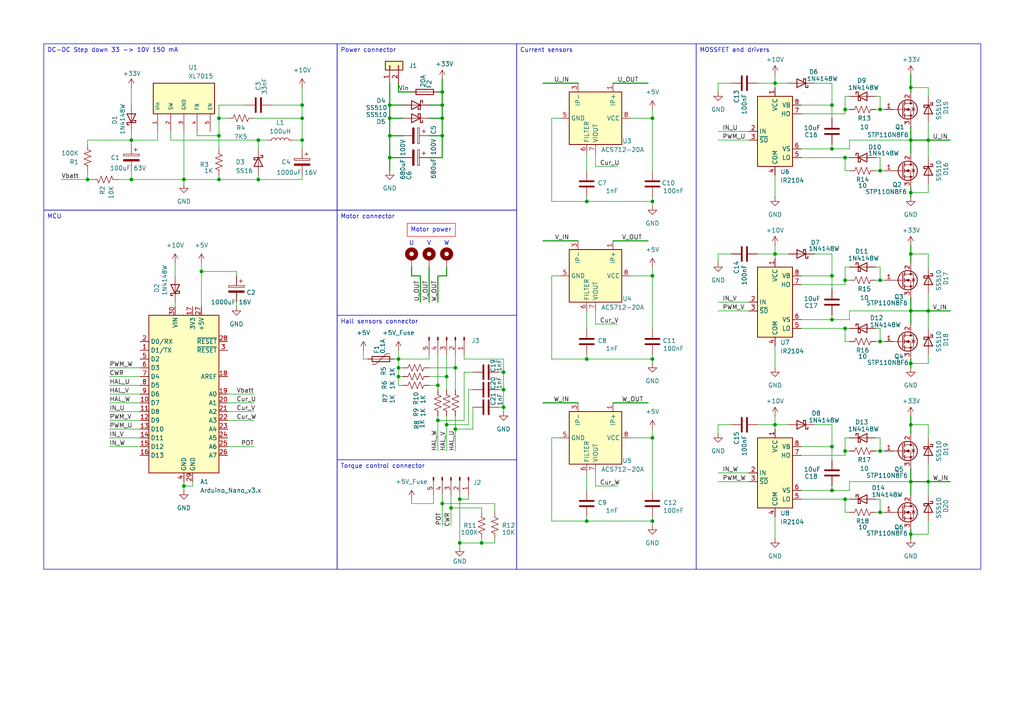
<source format=kicad_sch>
(kicad_sch (version 20250114) (generator "eeschema") (generator_version "9.0")
  (paper "A4")
  (title_block (title "Simple BLDC motor controller") (company "By Abeesh"))
  (bezier (pts (xy 149.5269 169.7861) (xy 149.4734 169.7495) (xy 149.3923 169.7569) (xy 149.3466 169.8028)) (stroke (width -0.0001)))
  (bezier (pts (xy 160.0414 171.3336) (xy 159.9881 171.3703) (xy 159.8966 171.3768) (xy 159.8387 171.3482)) (stroke (width -0.0001)))
  (bezier (pts (xy 163.8136 176.2993) (xy 163.7502 176.2874) (xy 163.6806 176.2277) (xy 163.6592 176.1665)) (stroke (width -0.0001)))
  (bezier (pts (xy 148.1638 176.1665) (xy 148.1425 176.2277) (xy 148.0731 176.2874) (xy 148.0093 176.2993)) (stroke (width -0.0001)))
  (bezier (pts (xy 153.9272 170.455) (xy 153.9151 170.5186) (xy 153.8554 170.5874) (xy 153.7938 170.6077)) (stroke (width -0.0001)))
  (bezier (pts (xy 148.9513 174.0984) (xy 148.9878 174.1521) (xy 148.9935 174.2426) (xy 148.9639 174.3002)) (stroke (width -0.0001)))
  (bezier (pts (xy 154.3118 180.7845) (xy 153.4878 180.2568) (xy 152.941 179.3337) (xy 152.941 178.2824)) (stroke (width -0.0001)))
  (bezier (pts (xy 164.3924 171.8823) (xy 164.4288 171.8289) (xy 164.4217 171.7478) (xy 164.3758 171.7019)) (stroke (width -0.0001)))
  (bezier (pts (xy 163.7262 180.357) (xy 163.7457 180.2952) (xy 163.8133 180.2347) (xy 163.8771 180.2232)) (stroke (width -0.0001)))
  (bezier (pts (xy 166.5388 176.9242) (xy 166.5389 176.8592) (xy 166.4868 176.7967) (xy 166.4233 176.7846)) (stroke (width -0.0001)))
  (bezier (pts (xy 151.9846 171.3482) (xy 151.9264 171.3768) (xy 151.835 171.3703) (xy 151.7818 171.3336)) (stroke (width -0.0001)))
  (bezier (pts (xy 152.941 178.2824) (xy 152.941 176.6419) (xy 154.271 175.3121) (xy 155.9114 175.3121)) (stroke (width -0.0001)))
  (bezier (pts (xy 162.8592 174.3002) (xy 162.8294 174.2426) (xy 162.8351 174.1521) (xy 162.8719 174.0984)) (stroke (width -0.0001)))
  (bezier (pts (xy 154.5685 167.64) (xy 154.5039 167.64) (xy 154.4412 167.6921) (xy 154.4295 167.7557)) (stroke (width -0.0001)))
  (bezier (pts (xy 158.8816 178.2824) (xy 158.8816 179.3337) (xy 158.335 180.2568) (xy 157.5108 180.7845)) (stroke (width -0.0001)))
  (bezier (pts (xy 158.0296 170.6077) (xy 157.9682 170.5874) (xy 157.9083 170.5186) (xy 157.8962 170.455)) (stroke (width -0.0001)))
  (bezier (pts (xy 147.4473 171.7019) (xy 147.4016 171.7478) (xy 147.394 171.8289) (xy 147.4306 171.8823)) (stroke (width -0.0001)))
  (bezier (pts (xy 166.4227 179.7494) (xy 166.4862 179.7379) (xy 166.5384 179.6748) (xy 166.5384 179.6101)) (stroke (width -0.0001)))
  (bezier (pts (xy 155.9114 175.3121) (xy 157.5518 175.3121) (xy 158.8816 176.6419) (xy 158.8816 178.2824)) (stroke (width -0.0001)))
  (bezier (pts (xy 157.3938 167.7557) (xy 157.3821 167.6921) (xy 157.3193 167.64) (xy 157.2546 167.64)) (stroke (width -0.0001)))
  (bezier (pts (xy 162.4767 169.8028) (xy 162.4308 169.7569) (xy 162.3498 169.7495) (xy 162.2965 169.7861)) (stroke (width -0.0001)))
  (bezier (pts (xy 145.3998 176.7846) (xy 145.3359 176.7967) (xy 145.284 176.8592) (xy 145.284 176.924)) (stroke (width -0.0001)))
  (text "W" (at 129.54 70.612 0) (effects (font (size 1.27 1.27))))
  (text "V" (at 124.46 70.612 0) (effects (font (size 1.27 1.27))))
  (text "U" (at 119.38 70.612 0) (effects (font (size 1.27 1.27))))
  (text_box "Power connector" (at 97.79 12.7 0) (size 52.07 48.26) (margins 0.9525 0.9525 0.9525 0.9525) (effects (font (size 1.27 1.27)) (justify left top)))
  (text_box "Current sensors" (at 149.86 12.7 0) (size 52.07 152.4) (margins 0.9525 0.9525 0.9525 0.9525) (effects (font (size 1.27 1.27)) (justify left top)))
  (text_box "MOSSFET and drivers" (at 201.93 12.7 0) (size 82.55 152.4) (margins 0.9525 0.9525 0.9525 0.9525) (effects (font (size 1.27 1.27)) (justify left top)))
  (text_box "Motor connector" (at 97.79 60.96 0) (size 52.07 30.48) (margins 0.9525 0.9525 0.9525 0.9525) (effects (font (size 1.27 1.27)) (justify left top)))
  (text_box "Hall sensors connector" (at 97.79 91.44 0) (size 52.07 41.91) (margins 0.9525 0.9525 0.9525 0.9525) (effects (font (size 1.27 1.27)) (justify left top)))
  (text_box "Motor power" (at 118.11 64.77 0) (size 13.97 3.81) (margins 0.9525 0.9525 0.9525 0.9525) (stroke (width 0) (color 255 0 0 1)) (effects (font (size 1.27 1.27)) (justify left top)))
  (text_box "MCU" (at 12.7 60.96 0) (size 85.09 104.14) (margins 0.9525 0.9525 0.9525 0.9525) (effects (font (size 1.27 1.27)) (justify left top)))
  (text_box "DC-DC Step down 33 -> 10V 150 mA" (at 12.7 12.7 0) (size 85.09 48.26) (margins 0.9525 0.9525 0.9525 0.9525) (effects (font (size 1.27 1.27)) (justify left top)))
  (text_box "Torque control connector" (at 97.79 133.35 0) (size 52.07 31.75) (margins 0.9525 0.9525 0.9525 0.9525) (effects (font (size 1.27 1.27)) (justify left top)))
  (junction (at 170.18 58.42))
  (junction (at 146.05 107.95))
  (junction (at 189.23 58.42))
  (junction (at 128.27 39.37))
  (junction (at 245.11 31.75))
  (junction (at 127 121.92))
  (junction (at 127 111.76))
  (junction (at 63.5 34.29))
  (junction (at 132.08 106.68))
  (junction (at 38.1 52.07))
  (junction (at 146.05 113.03))
  (junction (at 115.57 106.68))
  (junction (at 63.5 52.07))
  (junction (at 113.03 30.48))
  (junction (at 189.23 104.14))
  (junction (at 189.23 34.29))
  (junction (at 255.27 130.81))
  (junction (at 264.16 123.19))
  (junction (at 133.35 144.78))
  (junction (at 255.27 99.06))
  (junction (at 241.3 92.71))
  (junction (at 113.03 34.29))
  (junction (at 170.18 104.14))
  (junction (at 245.11 130.81))
  (junction (at 146.05 118.11))
  (junction (at 245.11 81.28))
  (junction (at 113.03 45.72))
  (junction (at 255.27 49.53))
  (junction (at 53.34 52.07))
  (junction (at 115.57 104.14))
  (junction (at 113.03 39.37))
  (junction (at 74.93 52.07))
  (junction (at 241.3 43.18))
  (junction (at 224.79 123.19))
  (junction (at 224.79 24.13))
  (junction (at 128.27 26.67))
  (junction (at 170.18 151.13))
  (junction (at 255.27 31.75))
  (junction (at 264.16 154.94))
  (junction (at 255.27 148.59))
  (junction (at 264.16 90.17))
  (junction (at 245.11 95.25))
  (junction (at 53.34 140.97))
  (junction (at 128.27 34.29))
  (junction (at 87.63 34.29))
  (junction (at 255.27 81.28))
  (junction (at 63.5 39.37))
  (junction (at 128.27 146.05))
  (junction (at 129.54 123.19))
  (junction (at 224.79 73.66))
  (junction (at 58.42 78.74))
  (junction (at 74.93 40.64))
  (junction (at 264.16 139.7))
  (junction (at 132.08 124.46))
  (junction (at 189.23 80.01))
  (junction (at 189.23 127))
  (junction (at 25.4 52.07))
  (junction (at 245.11 144.78))
  (junction (at 264.16 73.66))
  (junction (at 87.63 40.64))
  (junction (at 241.3 129.54))
  (junction (at 129.54 109.22))
  (junction (at 264.16 55.88))
  (junction (at 269.24 139.7))
  (junction (at 241.3 80.01))
  (junction (at 241.3 142.24))
  (junction (at 264.16 25.4))
  (junction (at 264.16 40.64))
  (junction (at 115.57 109.22))
  (junction (at 130.81 147.32))
  (junction (at 139.7 157.48))
  (junction (at 128.27 30.48))
  (junction (at 245.11 45.72))
  (junction (at 38.1 40.64))
  (junction (at 269.24 40.64))
  (junction (at 133.35 157.48))
  (junction (at 269.24 90.17))
  (junction (at 264.16 105.41))
  (junction (at 189.23 151.13))
  (junction (at 87.63 30.48))
  (junction (at 241.3 30.48))
  (wire (pts (xy 127 121.92) (xy 134.62 121.92)))
  (wire (pts (xy 115.57 106.68) (xy 116.84 106.68)))
  (wire (pts (xy 26.67 52.07) (xy 25.4 52.07)))
  (wire (pts (xy 130.81 147.32) (xy 130.81 152.4)))
  (wire (pts (xy 241.3 91.44) (xy 241.3 92.71)))
  (wire (pts (xy 189.23 102.87) (xy 189.23 104.14)))
  (wire (pts (xy 115.57 101.6) (xy 115.57 104.14)))
  (wire (pts (xy 255.27 27.94) (xy 255.27 31.75)))
  (wire (pts (xy 255.27 144.78) (xy 254 144.78)))
  (wire (pts (xy 264.16 120.65) (xy 264.16 123.19)) (stroke (width 0.3048)))
  (wire (pts (xy 208.28 90.17) (xy 217.17 90.17)))
  (wire (pts (xy 255.27 49.53) (xy 256.54 49.53)))
  (wire (pts (xy 128.27 146.05) (xy 128.27 152.4)))
  (wire (pts (xy 208.28 40.64) (xy 217.17 40.64)))
  (wire (pts (xy 264.16 123.19) (xy 264.16 125.73)) (stroke (width 0.3048)))
  (wire (pts (xy 245.11 130.81) (xy 246.38 130.81)))
  (wire (pts (xy 124.46 39.37) (xy 128.27 39.37)) (stroke (width 0.3048)))
  (wire (pts (xy 157.48 69.85) (xy 167.64 69.85)) (stroke (width 0.3048)))
  (wire (pts (xy 219.71 123.19) (xy 224.79 123.19)))
  (wire (pts (xy 132.08 120.65) (xy 132.08 124.46)))
  (wire (pts (xy 38.1 25.4) (xy 38.1 30.48)))
  (wire (pts (xy 246.38 92.71) (xy 246.38 90.17)))
  (wire (pts (xy 160.02 34.29) (xy 162.56 34.29)))
  (wire (pts (xy 132.08 124.46) (xy 132.08 130.81)))
  (wire (pts (xy 246.38 139.7) (xy 264.16 139.7)))
  (wire (pts (xy 57.15 39.37) (xy 63.5 39.37)))
  (wire (pts (xy 124.46 34.29) (xy 128.27 34.29)) (stroke (width 0.3048)))
  (wire (pts (xy 135.89 144.78) (xy 133.35 144.78)))
  (wire (pts (xy 144.78 118.11) (xy 146.05 118.11)))
  (wire (pts (xy 264.16 86.36) (xy 264.16 90.17)) (stroke (width 0.3048)))
  (wire (pts (xy 63.5 34.29) (xy 63.5 39.37)))
  (wire (pts (xy 160.02 80.01) (xy 160.02 104.14)))
  (wire (pts (xy 269.24 102.87) (xy 269.24 105.41)))
  (wire (pts (xy 208.28 125.73) (xy 208.28 123.19)))
  (wire (pts (xy 113.03 39.37) (xy 116.84 39.37)) (stroke (width 0.3048)))
  (wire (pts (xy 189.23 152.4) (xy 189.23 151.13)))
  (wire (pts (xy 208.28 24.13) (xy 212.09 24.13)))
  (wire (pts (xy 182.88 127) (xy 189.23 127)))
  (wire (pts (xy 255.27 49.53) (xy 254 49.53)))
  (wire (pts (xy 269.24 105.41) (xy 264.16 105.41)))
  (wire (pts (xy 139.7 157.48) (xy 143.51 157.48)))
  (wire (pts (xy 264.16 40.64) (xy 264.16 44.45)) (stroke (width 0.3048)))
  (wire (pts (xy 232.41 132.08) (xy 245.11 132.08)))
  (wire (pts (xy 245.11 49.53) (xy 246.38 49.53)))
  (wire (pts (xy 146.05 104.14) (xy 146.05 107.95)))
  (wire (pts (xy 241.3 83.82) (xy 241.3 80.01)))
  (wire (pts (xy 129.54 123.19) (xy 129.54 130.81)))
  (wire (pts (xy 127 80.01) (xy 127 87.63)) (stroke (width 0.3048)))
  (wire (pts (xy 130.81 143.51) (xy 130.81 147.32)))
  (wire (pts (xy 157.48 24.13) (xy 167.64 24.13)) (stroke (width 0.3048)))
  (wire (pts (xy 232.41 92.71) (xy 241.3 92.71)))
  (wire (pts (xy 232.41 82.55) (xy 245.11 82.55)))
  (wire (pts (xy 134.62 104.14) (xy 146.05 104.14)))
  (wire (pts (xy 170.18 90.17) (xy 170.18 95.25)))
  (wire (pts (xy 219.71 24.13) (xy 224.79 24.13)))
  (wire (pts (xy 25.4 41.91) (xy 25.4 40.64)))
  (wire (pts (xy 241.3 133.35) (xy 241.3 129.54)))
  (wire (pts (xy 127 80.01) (xy 129.54 80.01)) (stroke (width 0.3048)))
  (wire (pts (xy 74.93 40.64) (xy 74.93 43.18)))
  (wire (pts (xy 241.3 34.29) (xy 241.3 30.48)))
  (wire (pts (xy 245.11 82.55) (xy 245.11 81.28)))
  (wire (pts (xy 269.24 139.7) (xy 269.24 143.51)))
  (wire (pts (xy 264.16 153.67) (xy 264.16 154.94)) (stroke (width 0.3048)))
  (wire (pts (xy 255.27 31.75) (xy 254 31.75)))
  (wire (pts (xy 124.46 104.14) (xy 115.57 104.14)))
  (wire (pts (xy 38.1 38.1) (xy 38.1 40.64)))
  (wire (pts (xy 139.7 157.48) (xy 139.7 156.21)))
  (wire (pts (xy 232.41 144.78) (xy 245.11 144.78)))
  (wire (pts (xy 160.02 34.29) (xy 160.02 58.42)))
  (wire (pts (xy 25.4 52.07) (xy 25.4 49.53)))
  (wire (pts (xy 113.03 49.53) (xy 113.03 45.72)) (stroke (width 0.3048)))
  (wire (pts (xy 170.18 57.15) (xy 170.18 58.42)))
  (wire (pts (xy 146.05 118.11) (xy 146.05 119.38)))
  (wire (pts (xy 53.34 38.1) (xy 53.34 52.07)))
  (wire (pts (xy 269.24 35.56) (xy 269.24 40.64)))
  (wire (pts (xy 264.16 90.17) (xy 264.16 93.98)) (stroke (width 0.3048)))
  (wire (pts (xy 74.93 52.07) (xy 87.63 52.07)))
  (wire (pts (xy 224.79 73.66) (xy 224.79 74.93)))
  (wire (pts (xy 245.11 99.06) (xy 246.38 99.06)))
  (wire (pts (xy 241.3 129.54) (xy 241.3 123.19)))
  (wire (pts (xy 31.75 114.3) (xy 40.64 114.3)))
  (wire (pts (xy 128.27 45.72) (xy 128.27 39.37)) (stroke (width 0.3048)))
  (wire (pts (xy 208.28 139.7) (xy 217.17 139.7)))
  (wire (pts (xy 113.03 34.29) (xy 113.03 39.37)) (stroke (width 0.3048)))
  (wire (pts (xy 31.75 127) (xy 40.64 127)))
  (wire (pts (xy 127 113.03) (xy 127 111.76)))
  (wire (pts (xy 245.11 45.72) (xy 245.11 49.53)))
  (wire (pts (xy 115.57 109.22) (xy 115.57 111.76)))
  (wire (pts (xy 63.5 50.8) (xy 63.5 52.07)))
  (wire (pts (xy 87.63 30.48) (xy 87.63 34.29)))
  (wire (pts (xy 87.63 30.48) (xy 78.74 30.48)))
  (wire (pts (xy 143.51 146.05) (xy 128.27 146.05)))
  (wire (pts (xy 68.58 87.63) (xy 68.58 88.9)))
  (wire (pts (xy 58.42 78.74) (xy 58.42 88.9)))
  (wire (pts (xy 113.03 24.13) (xy 113.03 30.48)) (stroke (width 0.3048)))
  (wire (pts (xy 269.24 139.7) (xy 275.59 139.7)) (stroke (width 0.3048)))
  (wire (pts (xy 31.75 119.38) (xy 40.64 119.38)))
  (wire (pts (xy 146.05 113.03) (xy 146.05 107.95)))
  (wire (pts (xy 87.63 34.29) (xy 87.63 40.64)))
  (wire (pts (xy 172.72 44.45) (xy 172.72 48.26)))
  (wire (pts (xy 128.27 143.51) (xy 128.27 146.05)))
  (wire (pts (xy 177.8 69.85) (xy 187.96 69.85)) (stroke (width 0.3048)))
  (wire (pts (xy 269.24 77.47) (xy 269.24 73.66)))
  (wire (pts (xy 177.8 116.84) (xy 187.96 116.84)) (stroke (width 0.3048)))
  (wire (pts (xy 246.38 142.24) (xy 246.38 139.7)))
  (wire (pts (xy 189.23 59.69) (xy 189.23 58.42)))
  (wire (pts (xy 134.62 104.14) (xy 134.62 102.87)))
  (wire (pts (xy 50.8 87.63) (xy 50.8 88.9)))
  (wire (pts (xy 208.28 76.2) (xy 208.28 73.66)))
  (wire (pts (xy 129.54 109.22) (xy 129.54 113.03)))
  (wire (pts (xy 139.7 147.32) (xy 139.7 148.59)))
  (wire (pts (xy 124.46 30.48) (xy 128.27 30.48)) (stroke (width 0.3048)))
  (wire (pts (xy 269.24 151.13) (xy 269.24 154.94)))
  (wire (pts (xy 74.93 50.8) (xy 74.93 52.07)))
  (wire (pts (xy 189.23 57.15) (xy 189.23 58.42)))
  (wire (pts (xy 66.04 34.29) (xy 63.5 34.29)))
  (wire (pts (xy 34.29 52.07) (xy 38.1 52.07)))
  (wire (pts (xy 264.16 90.17) (xy 269.24 90.17)) (stroke (width 0.3048)))
  (wire (pts (xy 63.5 39.37) (xy 63.5 43.18)))
  (wire (pts (xy 264.16 36.83) (xy 264.16 40.64)) (stroke (width 0.3048)))
  (wire (pts (xy 172.72 93.98) (xy 179.07 93.98)))
  (wire (pts (xy 160.02 104.14) (xy 170.18 104.14)))
  (wire (pts (xy 53.34 53.34) (xy 53.34 52.07)))
  (wire (pts (xy 241.3 80.01) (xy 241.3 73.66)))
  (wire (pts (xy 255.27 99.06) (xy 256.54 99.06)))
  (wire (pts (xy 143.51 156.21) (xy 143.51 157.48)))
  (wire (pts (xy 133.35 144.78) (xy 133.35 157.48)))
  (wire (pts (xy 135.89 113.03) (xy 135.89 123.19)))
  (wire (pts (xy 189.23 77.47) (xy 189.23 80.01)))
  (wire (pts (xy 189.23 149.86) (xy 189.23 151.13)))
  (wire (pts (xy 105.41 104.14) (xy 106.68 104.14)))
  (wire (pts (xy 25.4 52.07) (xy 17.78 52.07)))
  (wire (pts (xy 115.57 109.22) (xy 116.84 109.22)))
  (wire (pts (xy 255.27 45.72) (xy 255.27 49.53)))
  (wire (pts (xy 66.04 129.54) (xy 73.66 129.54)))
  (wire (pts (xy 269.24 85.09) (xy 269.24 90.17)))
  (wire (pts (xy 55.88 140.97) (xy 53.34 140.97)))
  (wire (pts (xy 127 120.65) (xy 127 121.92)))
  (wire (pts (xy 232.41 95.25) (xy 245.11 95.25)))
  (wire (pts (xy 31.75 109.22) (xy 40.64 109.22)))
  (wire (pts (xy 31.75 116.84) (xy 40.64 116.84)))
  (wire (pts (xy 137.16 113.03) (xy 135.89 113.03)))
  (wire (pts (xy 170.18 151.13) (xy 189.23 151.13)))
  (wire (pts (xy 73.66 34.29) (xy 87.63 34.29)))
  (wire (pts (xy 232.41 30.48) (xy 241.3 30.48)))
  (wire (pts (xy 208.28 137.16) (xy 217.17 137.16)))
  (wire (pts (xy 241.3 142.24) (xy 246.38 142.24)))
  (wire (pts (xy 119.38 144.78) (xy 119.38 146.05)))
  (wire (pts (xy 224.79 21.59) (xy 224.79 24.13)))
  (wire (pts (xy 245.11 81.28) (xy 246.38 81.28)))
  (wire (pts (xy 246.38 77.47) (xy 245.11 77.47)))
  (wire (pts (xy 113.03 34.29) (xy 116.84 34.29)) (stroke (width 0.3048)))
  (wire (pts (xy 255.27 81.28) (xy 254 81.28)))
  (wire (pts (xy 224.79 120.65) (xy 224.79 123.19)))
  (wire (pts (xy 53.34 140.97) (xy 53.34 142.24)))
  (wire (pts (xy 172.72 140.97) (xy 179.07 140.97)))
  (wire (pts (xy 236.22 73.66) (xy 241.3 73.66)))
  (wire (pts (xy 146.05 113.03) (xy 146.05 118.11)))
  (wire (pts (xy 170.18 58.42) (xy 189.23 58.42)))
  (wire (pts (xy 66.04 114.3) (xy 73.66 114.3)))
  (wire (pts (xy 269.24 40.64) (xy 269.24 45.72)))
  (wire (pts (xy 224.79 24.13) (xy 224.79 25.4)))
  (wire (pts (xy 245.11 45.72) (xy 246.38 45.72)))
  (wire (pts (xy 38.1 49.53) (xy 38.1 52.07)))
  (wire (pts (xy 236.22 24.13) (xy 241.3 24.13)))
  (wire (pts (xy 55.88 139.7) (xy 55.88 140.97)))
  (wire (pts (xy 49.53 40.64) (xy 74.93 40.64)))
  (wire (pts (xy 264.16 21.59) (xy 264.16 25.4)) (stroke (width 0.3048)))
  (wire (pts (xy 177.8 24.13) (xy 187.96 24.13)) (stroke (width 0.3048)))
  (wire (pts (xy 255.27 77.47) (xy 254 77.47)))
  (wire (pts (xy 208.28 87.63) (xy 217.17 87.63)))
  (wire (pts (xy 241.3 140.97) (xy 241.3 142.24)))
  (wire (pts (xy 25.4 40.64) (xy 38.1 40.64)))
  (wire (pts (xy 269.24 27.94) (xy 269.24 25.4)))
  (wire (pts (xy 241.3 92.71) (xy 246.38 92.71)))
  (wire (pts (xy 255.27 95.25) (xy 254 95.25)))
  (wire (pts (xy 264.16 135.89) (xy 264.16 139.7)) (stroke (width 0.3048)))
  (wire (pts (xy 66.04 116.84) (xy 73.66 116.84)))
  (wire (pts (xy 53.34 139.7) (xy 53.34 140.97)))
  (wire (pts (xy 269.24 90.17) (xy 275.59 90.17)) (stroke (width 0.3048)))
  (wire (pts (xy 160.02 80.01) (xy 162.56 80.01)))
  (wire (pts (xy 87.63 50.8) (xy 87.63 52.07)))
  (wire (pts (xy 113.03 39.37) (xy 113.03 45.72)) (stroke (width 0.3048)))
  (wire (pts (xy 53.34 52.07) (xy 63.5 52.07)))
  (wire (pts (xy 189.23 124.46) (xy 189.23 127)))
  (wire (pts (xy 269.24 40.64) (xy 275.59 40.64)) (stroke (width 0.3048)))
  (wire (pts (xy 269.24 55.88) (xy 264.16 55.88)))
  (wire (pts (xy 224.79 24.13) (xy 228.6 24.13)))
  (wire (pts (xy 119.38 80.01) (xy 119.38 77.47)) (stroke (width 0.3048)))
  (wire (pts (xy 127 121.92) (xy 127 130.81)))
  (wire (pts (xy 132.08 124.46) (xy 137.16 124.46)))
  (wire (pts (xy 255.27 127) (xy 254 127)))
  (wire (pts (xy 129.54 123.19) (xy 135.89 123.19)))
  (wire (pts (xy 38.1 40.64) (xy 45.72 40.64)))
  (wire (pts (xy 170.18 44.45) (xy 170.18 49.53)))
  (wire (pts (xy 144.78 107.95) (xy 146.05 107.95)))
  (wire (pts (xy 124.46 109.22) (xy 129.54 109.22)))
  (wire (pts (xy 255.27 31.75) (xy 256.54 31.75)))
  (wire (pts (xy 115.57 24.13) (xy 115.57 26.67)) (stroke (width 0.3048)))
  (wire (pts (xy 129.54 102.87) (xy 129.54 109.22)))
  (wire (pts (xy 50.8 76.2) (xy 50.8 80.01)))
  (wire (pts (xy 128.27 26.67) (xy 127 26.67)) (stroke (width 0.3048)))
  (wire (pts (xy 264.16 73.66) (xy 264.16 76.2)) (stroke (width 0.3048)))
  (wire (pts (xy 236.22 123.19) (xy 241.3 123.19)))
  (wire (pts (xy 224.79 149.86) (xy 224.79 156.21)))
  (wire (pts (xy 128.27 30.48) (xy 128.27 34.29)) (stroke (width 0.3048)))
  (wire (pts (xy 124.46 77.47) (xy 124.46 87.63)) (stroke (width 0.3048)))
  (wire (pts (xy 208.28 26.67) (xy 208.28 24.13)))
  (wire (pts (xy 116.84 111.76) (xy 115.57 111.76)))
  (wire (pts (xy 255.27 144.78) (xy 255.27 148.59)))
  (wire (pts (xy 241.3 30.48) (xy 241.3 24.13)))
  (wire (pts (xy 255.27 77.47) (xy 255.27 81.28)))
  (wire (pts (xy 224.79 73.66) (xy 228.6 73.66)))
  (wire (pts (xy 264.16 154.94) (xy 264.16 156.21)) (stroke (width 0.3048)))
  (wire (pts (xy 31.75 106.68) (xy 40.64 106.68)))
  (wire (pts (xy 87.63 43.18) (xy 87.63 40.64)))
  (wire (pts (xy 38.1 40.64) (xy 38.1 41.91)))
  (wire (pts (xy 137.16 118.11) (xy 137.16 124.46)))
  (wire (pts (xy 157.48 116.84) (xy 167.64 116.84)) (stroke (width 0.3048)))
  (wire (pts (xy 31.75 124.46) (xy 40.64 124.46)))
  (wire (pts (xy 172.72 137.16) (xy 172.72 140.97)))
  (wire (pts (xy 264.16 139.7) (xy 269.24 139.7)) (stroke (width 0.3048)))
  (wire (pts (xy 189.23 127) (xy 189.23 142.24)))
  (wire (pts (xy 160.02 151.13) (xy 170.18 151.13)))
  (wire (pts (xy 182.88 80.01) (xy 189.23 80.01)))
  (wire (pts (xy 115.57 26.67) (xy 119.38 26.67)) (stroke (width 0.3048)))
  (wire (pts (xy 269.24 53.34) (xy 269.24 55.88)))
  (wire (pts (xy 255.27 81.28) (xy 256.54 81.28)))
  (wire (pts (xy 31.75 129.54) (xy 40.64 129.54)))
  (wire (pts (xy 269.24 154.94) (xy 264.16 154.94)))
  (wire (pts (xy 63.5 52.07) (xy 74.93 52.07)))
  (wire (pts (xy 87.63 40.64) (xy 85.09 40.64)))
  (wire (pts (xy 245.11 95.25) (xy 245.11 99.06)))
  (wire (pts (xy 269.24 123.19) (xy 264.16 123.19)))
  (wire (pts (xy 232.41 45.72) (xy 245.11 45.72)))
  (wire (pts (xy 255.27 27.94) (xy 254 27.94)))
  (wire (pts (xy 264.16 25.4) (xy 264.16 26.67)) (stroke (width 0.3048)))
  (wire (pts (xy 232.41 142.24) (xy 241.3 142.24)))
  (wire (pts (xy 189.23 34.29) (xy 189.23 49.53)))
  (wire (pts (xy 172.72 48.26) (xy 179.07 48.26)))
  (wire (pts (xy 245.11 27.94) (xy 245.11 31.75)))
  (wire (pts (xy 264.16 104.14) (xy 264.16 105.41)) (stroke (width 0.3048)))
  (wire (pts (xy 63.5 30.48) (xy 63.5 34.29)))
  (wire (pts (xy 245.11 33.02) (xy 245.11 31.75)))
  (wire (pts (xy 144.78 113.03) (xy 146.05 113.03)))
  (wire (pts (xy 269.24 134.62) (xy 269.24 139.7)))
  (wire (pts (xy 182.88 34.29) (xy 189.23 34.29)))
  (wire (pts (xy 121.92 80.01) (xy 121.92 87.63)) (stroke (width 0.3048)))
  (wire (pts (xy 113.03 45.72) (xy 116.84 45.72)) (stroke (width 0.3048)))
  (wire (pts (xy 245.11 95.25) (xy 246.38 95.25)))
  (wire (pts (xy 241.3 43.18) (xy 246.38 43.18)))
  (wire (pts (xy 127 102.87) (xy 127 111.76)))
  (wire (pts (xy 130.81 147.32) (xy 139.7 147.32)))
  (wire (pts (xy 121.92 80.01) (xy 119.38 80.01)) (stroke (width 0.3048)))
  (wire (pts (xy 113.03 30.48) (xy 113.03 34.29)) (stroke (width 0.3048)))
  (wire (pts (xy 208.28 73.66) (xy 212.09 73.66)))
  (wire (pts (xy 264.16 71.12) (xy 264.16 73.66)) (stroke (width 0.3048)))
  (wire (pts (xy 87.63 25.4) (xy 87.63 30.48)))
  (wire (pts (xy 58.42 76.2) (xy 58.42 78.74)))
  (wire (pts (xy 135.89 143.51) (xy 135.89 144.78)))
  (wire (pts (xy 124.46 111.76) (xy 127 111.76)))
  (wire (pts (xy 245.11 77.47) (xy 245.11 81.28)))
  (wire (pts (xy 31.75 121.92) (xy 40.64 121.92)))
  (wire (pts (xy 232.41 80.01) (xy 241.3 80.01)))
  (wire (pts (xy 269.24 95.25) (xy 269.24 90.17)))
  (wire (pts (xy 45.72 40.64) (xy 45.72 38.1)))
  (wire (pts (xy 132.08 106.68) (xy 132.08 113.03)))
  (wire (pts (xy 246.38 27.94) (xy 245.11 27.94)))
  (wire (pts (xy 133.35 157.48) (xy 133.35 158.75)))
  (wire (pts (xy 119.38 146.05) (xy 125.73 146.05)))
  (wire (pts (xy 264.16 54.61) (xy 264.16 55.88)) (stroke (width 0.3048)))
  (wire (pts (xy 31.75 111.76) (xy 40.64 111.76)))
  (wire (pts (xy 189.23 31.75) (xy 189.23 34.29)))
  (wire (pts (xy 105.41 101.6) (xy 105.41 104.14)))
  (wire (pts (xy 132.08 102.87) (xy 132.08 106.68)))
  (wire (pts (xy 224.79 123.19) (xy 224.79 124.46)))
  (wire (pts (xy 66.04 121.92) (xy 73.66 121.92)))
  (wire (pts (xy 113.03 30.48) (xy 116.84 30.48)) (stroke (width 0.3048)))
  (wire (pts (xy 245.11 148.59) (xy 246.38 148.59)))
  (wire (pts (xy 255.27 148.59) (xy 254 148.59)))
  (wire (pts (xy 269.24 127) (xy 269.24 123.19)))
  (wire (pts (xy 68.58 80.01) (xy 68.58 78.74)))
  (wire (pts (xy 66.04 119.38) (xy 73.66 119.38)))
  (wire (pts (xy 124.46 106.68) (xy 132.08 106.68)))
  (wire (pts (xy 128.27 26.67) (xy 128.27 30.48)) (stroke (width 0.3048)))
  (wire (pts (xy 137.16 107.95) (xy 134.62 107.95)))
  (wire (pts (xy 129.54 120.65) (xy 129.54 123.19)))
  (wire (pts (xy 255.27 45.72) (xy 254 45.72)))
  (wire (pts (xy 160.02 127) (xy 162.56 127)))
  (wire (pts (xy 232.41 33.02) (xy 245.11 33.02)))
  (wire (pts (xy 129.54 80.01) (xy 129.54 77.47)) (stroke (width 0.3048)))
  (wire (pts (xy 134.62 107.95) (xy 134.62 121.92)))
  (wire (pts (xy 241.3 41.91) (xy 241.3 43.18)))
  (wire (pts (xy 245.11 144.78) (xy 245.11 148.59)))
  (wire (pts (xy 208.28 38.1) (xy 217.17 38.1)))
  (wire (pts (xy 264.16 40.64) (xy 269.24 40.64)) (stroke (width 0.3048)))
  (wire (pts (xy 133.35 157.48) (xy 139.7 157.48)))
  (wire (pts (xy 232.41 43.18) (xy 241.3 43.18)))
  (wire (pts (xy 49.53 38.1) (xy 49.53 40.64)))
  (wire (pts (xy 264.16 55.88) (xy 264.16 57.15)) (stroke (width 0.3048)))
  (wire (pts (xy 255.27 95.25) (xy 255.27 99.06)))
  (wire (pts (xy 245.11 127) (xy 245.11 130.81)))
  (wire (pts (xy 246.38 43.18) (xy 246.38 40.64)))
  (wire (pts (xy 160.02 127) (xy 160.02 151.13)))
  (wire (pts (xy 246.38 127) (xy 245.11 127)))
  (wire (pts (xy 246.38 40.64) (xy 264.16 40.64)))
  (wire (pts (xy 219.71 73.66) (xy 224.79 73.66)))
  (wire (pts (xy 269.24 73.66) (xy 264.16 73.66)))
  (wire (pts (xy 245.11 132.08) (xy 245.11 130.81)))
  (wire (pts (xy 124.46 104.14) (xy 124.46 102.87)))
  (wire (pts (xy 160.02 58.42) (xy 170.18 58.42)))
  (wire (pts (xy 224.79 71.12) (xy 224.79 73.66)))
  (wire (pts (xy 133.35 143.51) (xy 133.35 144.78)))
  (wire (pts (xy 245.11 31.75) (xy 246.38 31.75)))
  (wire (pts (xy 189.23 105.41) (xy 189.23 104.14)))
  (wire (pts (xy 124.46 45.72) (xy 128.27 45.72)) (stroke (width 0.3048)))
  (wire (pts (xy 74.93 40.64) (xy 77.47 40.64)))
  (wire (pts (xy 128.27 39.37) (xy 128.27 34.29)) (stroke (width 0.3048)))
  (wire (pts (xy 170.18 104.14) (xy 189.23 104.14)))
  (wire (pts (xy 143.51 148.59) (xy 143.51 146.05)))
  (wire (pts (xy 172.72 90.17) (xy 172.72 93.98)))
  (wire (pts (xy 264.16 139.7) (xy 264.16 143.51)) (stroke (width 0.3048)))
  (wire (pts (xy 224.79 100.33) (xy 224.79 106.68)))
  (wire (pts (xy 232.41 129.54) (xy 241.3 129.54)))
  (wire (pts (xy 170.18 137.16) (xy 170.18 142.24)))
  (wire (pts (xy 264.16 105.41) (xy 264.16 106.68)) (stroke (width 0.3048)))
  (wire (pts (xy 255.27 127) (xy 255.27 130.81)))
  (wire (pts (xy 58.42 78.74) (xy 68.58 78.74)))
  (wire (pts (xy 128.27 22.86) (xy 128.27 26.67)) (stroke (width 0.3048)))
  (wire (pts (xy 57.15 38.1) (xy 57.15 39.37)))
  (wire (pts (xy 245.11 144.78) (xy 246.38 144.78)))
  (wire (pts (xy 224.79 123.19) (xy 228.6 123.19)))
  (wire (pts (xy 125.73 146.05) (xy 125.73 143.51)))
  (wire (pts (xy 255.27 130.81) (xy 254 130.81)))
  (wire (pts (xy 255.27 99.06) (xy 254 99.06)))
  (wire (pts (xy 114.3 104.14) (xy 115.57 104.14)))
  (wire (pts (xy 246.38 90.17) (xy 264.16 90.17)))
  (wire (pts (xy 224.79 50.8) (xy 224.79 57.15)))
  (wire (pts (xy 170.18 102.87) (xy 170.18 104.14)))
  (wire (pts (xy 255.27 130.81) (xy 256.54 130.81)))
  (wire (pts (xy 38.1 52.07) (xy 53.34 52.07)))
  (wire (pts (xy 208.28 123.19) (xy 212.09 123.19)))
  (wire (pts (xy 269.24 25.4) (xy 264.16 25.4)))
  (wire (pts (xy 115.57 104.14) (xy 115.57 106.68)))
  (wire (pts (xy 115.57 106.68) (xy 115.57 109.22)))
  (wire (pts (xy 63.5 30.48) (xy 71.12 30.48)))
  (wire (pts (xy 255.27 148.59) (xy 256.54 148.59)))
  (wire (pts (xy 189.23 80.01) (xy 189.23 95.25)))
  (wire (pts (xy 170.18 149.86) (xy 170.18 151.13)))
  (label "PWM_V" (at 31.75 121.92 0))
  (label "HAL_U" (at 31.75 111.76 0))
  (label "W_OUT" (at 127 81.28 270))
  (label "Cur_V" (at 68.58 119.38 0))
  (label "IN_W" (at 209.55 137.16 0))
  (label "Vbatt" (at 68.58 114.3 0))
  (label "V_OUT" (at 180.34 69.85 0))
  (label "PWM_U" (at 209.55 40.64 0))
  (label "HAL_W" (at 127 130.81 90))
  (label "IN_V" (at 209.55 87.63 0))
  (label "U_OUT" (at 121.92 81.28 270))
  (label "PWM_W" (at 31.75 106.68 0))
  (label "Cur_U" (at 173.99 48.26 0))
  (label "PWM_W" (at 209.55 139.7 0))
  (label "V_IN" (at 165.1 69.85 180))
  (label "HAL_V" (at 129.54 130.81 90))
  (label "Cur_V" (at 173.99 93.98 0))
  (label "HAL_U" (at 132.08 130.81 90))
  (label "IN_V" (at 31.75 127 0))
  (label "U_IN" (at 165.1 24.13 180))
  (label "CWR" (at 31.75 109.22 0))
  (label "U_OUT" (at 179.07 24.13 0))
  (label "W_OUT" (at 180.34 116.84 0))
  (label "HAL_V" (at 31.75 114.3 0))
  (label "Vin" (at 115.57 26.67 0))
  (label "V_IN" (at 270.51 90.17 0))
  (label "Vbatt" (at 22.86 52.07 180))
  (label "HAL_W" (at 31.75 116.84 0))
  (label "Cur_W" (at 68.58 121.92 0))
  (label "IN_U" (at 209.55 38.1 0))
  (label "POT" (at 73.66 129.54 180))
  (label "V_OUT" (at 124.46 81.28 270))
  (label "IN_U" (at 31.75 119.38 0))
  (label "Cur_U" (at 68.58 116.84 0))
  (label "CWR" (at 130.81 148.59 270))
  (label "IN_W" (at 31.75 129.54 0))
  (label "W_IN" (at 165.1 116.84 180))
  (label "W_IN" (at 270.51 139.7 0))
  (label "PWM_U" (at 31.75 124.46 0))
  (label "Cur_W" (at 173.99 140.97 0))
  (label "PWM_V" (at 209.55 90.17 0))
  (label "U_IN" (at 270.51 40.64 0))
  (label "POT" (at 128.27 148.59 270))
  (symbol (lib_id "Device:R_US") (at 63.5 46.99 180) (unit 1)
    (property "Reference" "R3" (at 57.912 47.752 0) (effects (justify right)))
    (property "Value" "1K" (at 59.182 49.53 0) (effects (justify right)))
    (property "Footprint" "Resistor_SMD:R_0805_2012Metric_Pad1.20x1.40mm_HandSolder" (effects (hide yes)))
    (property "Description" "Resistor, US symbol" (effects (hide yes)))
  )
  (symbol (lib_id "Transistor_FET:IRF3205") (at 261.62 49.53 0) (unit 1)
    (property "Reference" "Q2" (at 258.826 53.594 0) (effects (justify left)))
    (property "Value" "STP110N8F6" (at 250.952 55.626 0) (effects (justify left)))
    (property "Footprint" "Package_TO_SOT_THT:TO-220-3_Horizontal_TabUp" (effects (hide yes)))
    (property "Datasheet" "https://www.st.com/resource/en/datasheet/stp110n8f6.pdf" (effects (hide yes)))
    (property "Description" "N-channel 80 V, 0.0056 Ω typ.,110 A, STripFET™ F6  Power MOSFET in a TO-220 package" (effects (hide yes)))
  )
  (symbol (lib_id "Device:R_US") (at 250.19 99.06 270) (unit 1)
    (property "Reference" "R16" (at 250.19 101.6 90))
    (property "Value" "10" (at 250.19 103.378 90))
    (property "Footprint" "Resistor_SMD:R_0805_2012Metric_Pad1.20x1.40mm_HandSolder" (effects (hide yes)))
    (property "Description" "Resistor, US symbol" (effects (hide yes)))
  )
  (symbol (lib_id "Device:C_Polarized") (at 120.65 39.37 270) (unit 1)
    (property "Reference" "C5" (at 125.73 36.322 0) (effects (justify left)))
    (property "Value" "680uF 100V" (at 125.73 40.132 0) (effects (justify left)))
    (property "Footprint" "Capacitor_THT:CP_Radial_D16.0mm_P7.50mm" (effects (hide yes)))
    (property "Description" "680uF 100V 105C" (effects (hide yes)))
    (property "Descroption" "470uF 100V 105C Plugin,D16xL25mm Aluminum Electrolytic Capacitors - Leaded ROHS" (effects (hide yes)))
    (property "LCSC" "https://www.lcsc.com/product-detail/Aluminum-Electrolytic-Capacitors-Leaded_AISHI-Aihua-Group-EWH1KM471L25OT_C106743.html" (effects (hide yes)))
  )
  (symbol (lib_id "Device:R_US") (at 69.85 34.29 270) (unit 1)
    (property "Reference" "R4" (at 69.85 37.084 90))
    (property "Value" "7K5" (at 69.85 39.624 90))
    (property "Footprint" "Resistor_SMD:R_0805_2012Metric_Pad1.20x1.40mm_HandSolder" (effects (hide yes)))
    (property "Description" "Resistor, US symbol" (effects (hide yes)))
  )
  (symbol (lib_id "Diode:SS16") (at 50.8 83.82 90) (unit 1)
    (property "Reference" "D2" (at 45.466 83.566 0))
    (property "Value" "1N4148W" (at 47.752 81.28 0))
    (property "Footprint" "Diode_SMD:Nexperia_CFP3_SOD-123W" (effects (hide yes)))
    (property "Datasheet" "https://www.vishay.com/docs/86356/1n4148w.pdf" (effects (hide yes)))
    (property "Description" "100V 150mA 4ns 150mA SOD-123 Switching Diode" (effects (hide yes)))
  )
  (symbol (lib_id "Device:R_US") (at 129.54 116.84 180) (unit 1)
    (property "Reference" "R9" (at 120.65 119.634 90))
    (property "Value" "1K" (at 122.682 119.634 90))
    (property "Footprint" "Resistor_SMD:R_0805_2012Metric_Pad1.20x1.40mm_HandSolder" (effects (hide yes)))
    (property "Description" "Resistor, US symbol" (effects (hide yes)))
  )
  (symbol (lib_id "Device:R_US") (at 30.48 52.07 270) (mirror x) (unit 1)
    (property "Reference" "R2" (at 29.718 53.848 0) (effects (justify right)))
    (property "Value" "10K" (at 32.258 53.848 0) (effects (justify right)))
    (property "Footprint" "Resistor_SMD:R_0805_2012Metric_Pad1.20x1.40mm_HandSolder" (effects (hide yes)))
    (property "Description" "Resistor, US symbol" (effects (hide yes)))
  )
  (symbol (lib_id "Diode:SS16") (at 269.24 49.53 270) (unit 1)
    (property "Reference" "D16" (at 274.32 49.022 0))
    (property "Value" "SS510" (at 272.288 49.53 0))
    (property "Footprint" "Diode_SMD:ST_D_SMC" (effects (hide yes)))
    (property "Datasheet" "https://www.rectron.com/public/product_datasheets/ss510.pdf" (effects (hide yes)))
    (property "Description" "Schottky diode SS510 5A 100V SMC" (effects (hide yes)))
  )
  (symbol (lib_id "Device:C_Polarized") (at 68.58 83.82 0) (mirror y) (unit 1)
    (property "Reference" "C2" (at 74.168 84.836 0) (effects (justify left)))
    (property "Value" "1000uF 16V" (at 72.898 87.63 0) (effects (justify left)))
    (property "Footprint" "Capacitor_SMD:CP_Elec_10x10.5" (effects (hide yes)))
    (property "Description" "Polarized capacitor" (effects (hide yes)))
  )
  (symbol (lib_id "Diode:SS16") (at 269.24 130.81 270) (unit 1)
    (property "Reference" "D19" (at 274.32 130.302 0))
    (property "Value" "SS510" (at 272.288 130.81 0))
    (property "Footprint" "Diode_SMD:ST_D_SMC" (effects (hide yes)))
    (property "Datasheet" "https://www.rectron.com/public/product_datasheets/ss510.pdf" (effects (hide yes)))
    (property "Description" "Schottky diode SS510 5A 100V SMC" (effects (hide yes)))
  )
  (symbol (lib_id "Device:R_US") (at 143.51 152.4 180) (unit 1)
    (property "Reference" "R12" (at 145.542 152.4 0) (effects (justify right)))
    (property "Value" "10K" (at 145.542 154.432 0) (effects (justify right)))
    (property "Footprint" "Resistor_SMD:R_0805_2012Metric_Pad1.20x1.40mm_HandSolder" (effects (hide yes)))
    (property "Description" "Resistor, US symbol" (effects (hide yes)))
  )
  (symbol (lib_id "Mechanical:MountingHole_Pad") (at 124.46 74.93 0) (mirror y) (unit 1) (in_bom no)
    (property "Reference" "V1" (effects (hide yes)))
    (property "Value" "MountingHole_Pad" (effects (hide yes)))
    (property "Footprint" "MountingHole:MountingHole_2.2mm_M2_Pad" (effects (hide yes)))
    (property "Description" "Mounting Hole with connection" (effects (hide yes)))
  )
  (symbol (lib_id "power:+5V") (at 38.1 25.4 0) (unit 1)
    (property "Reference" "#PWR01" (effects (hide yes)))
    (property "Value" "+33V" (at 35.56 21.336 0) (effects (justify left)))
    (property "Description" "Power symbol creates a global label with name \"+5V\"" (effects (hide yes)))
  )
  (symbol (lib_id "Device:Polyfuse") (at 110.49 104.14 270) (unit 1)
    (property "Reference" "F1" (at 109.22 102.616 0) (effects (justify right)))
    (property "Value" "0.1A" (at 110.998 102.616 0) (effects (justify right)))
    (property "Footprint" "Fuse:Fuse_1206_3216Metric" (effects (hide yes)))
    (property "Description" "16V 500mA 1206 Resettable Fuse" (effects (hide yes)))
    (property "Descroption" "16V 500mA 1206 Resettable Fuses ROHS" (effects (hide yes)))
    (property "LCSC" "https://www.lcsc.com/product-detail/Resettable-Fuses_TECHFUSE-nSMD025_C70068.html" (effects (hide yes)))
  )
  (symbol (lib_id "Device:C") (at 189.23 99.06 0) (mirror y) (unit 1)
    (property "Reference" "C11" (at 196.088 98.806 0) (effects (justify left)))
    (property "Value" "100nF" (at 198.374 101.092 0) (effects (justify left)))
    (property "Footprint" "Capacitor_SMD:C_0805_2012Metric_Pad1.18x1.45mm_HandSolder" (effects (hide yes)))
    (property "Description" "Unpolarized capacitor" (effects (hide yes)))
  )
  (symbol (lib_id "Device:C") (at 74.93 30.48 90) (mirror x) (unit 1)
    (property "Reference" "C3" (at 74.93 23.622 0) (effects (justify left)))
    (property "Value" "33nF" (at 76.708 22.606 0) (effects (justify left)))
    (property "Footprint" "Capacitor_SMD:C_0805_2012Metric_Pad1.18x1.45mm_HandSolder" (effects (hide yes)))
    (property "Description" "Unpolarized capacitor" (effects (hide yes)))
  )
  (symbol (lib_id "Device:C") (at 241.3 38.1 180) (unit 1)
    (property "Reference" "C16" (at 237.236 39.116 0) (effects (justify left)))
    (property "Value" "10uF" (at 237.998 37.084 0) (effects (justify left)))
    (property "Footprint" "Capacitor_SMD:C_0805_2012Metric_Pad1.18x1.45mm_HandSolder" (effects (hide yes)))
    (property "Description" "Unpolarized capacitor" (effects (hide yes)))
  )
  (symbol (lib_id "Driver_FET:IR2104") (at 224.79 87.63 0) (unit 1)
    (property "Reference" "U7" (at 226.314 99.314 0) (effects (justify left)))
    (property "Value" "IR2104" (at 226.314 101.854 0) (effects (justify left)))
    (property "Footprint" "Package_SO:SOIC-8_3.9x4.9mm_P1.27mm" (effects (hide yes)))
    (property "Datasheet" "https://www.infineon.com/dgdl/ir2104.pdf?fileId=5546d462533600a4015355c7c1c31671" (effects (hide yes)))
    (property "Description" "Half-Bridge Driver, 600V, 210/360mA, PDIP-8/SOIC-8" (effects (hide yes)))
  )
  (symbol (lib_id "Device:Fuse") (at 123.19 26.67 270) (mirror x) (unit 1)
    (property "Reference" "F2" (at 124.46 25.654 0) (effects (justify left)))
    (property "Value" "20A" (at 122.682 25.4 0) (effects (justify left)))
    (property "Footprint" "Fuse:FUSE_3522-2" (effects (hide yes)))
    (property "Description" "ATO Blade Fuse Holder" (effects (hide yes)))
  )
  (symbol (lib_id "power:+5V") (at 115.57 101.6 0) (unit 1)
    (property "Reference" "#PWR010" (effects (hide yes)))
    (property "Value" "+5V_Fuse" (at 115.57 96.52 0))
    (property "Description" "Power symbol creates a global label with name \"+5V\"" (effects (hide yes)))
  )
  (symbol (lib_id "Device:C") (at 215.9 123.19 90) (unit 1)
    (property "Reference" "C15" (at 213.614 129.032 0) (effects (justify left)))
    (property "Value" "100nF" (at 215.9 132.334 0) (effects (justify left)))
    (property "Footprint" "Capacitor_SMD:C_0805_2012Metric_Pad1.18x1.45mm_HandSolder" (effects (hide yes)))
    (property "Description" "Unpolarized capacitor" (effects (hide yes)))
  )
  (symbol (lib_id "power:GND") (at 146.05 119.38 0) (unit 1)
    (property "Reference" "#PWR014" (effects (hide yes)))
    (property "Value" "GND" (at 146.05 124.46 0))
    (property "Description" "Power symbol creates a global label with name \"GND\" , ground" (effects (hide yes)))
  )
  (symbol (lib_id "Driver_FET:IR2104") (at 224.79 137.16 0) (unit 1)
    (property "Reference" "U8" (at 226.314 148.844 0) (effects (justify left)))
    (property "Value" "IR2104" (at 226.314 151.384 0) (effects (justify left)))
    (property "Footprint" "Package_SO:SOIC-8_3.9x4.9mm_P1.27mm" (effects (hide yes)))
    (property "Datasheet" "https://www.infineon.com/dgdl/ir2104.pdf?fileId=5546d462533600a4015355c7c1c31671" (effects (hide yes)))
    (property "Description" "Half-Bridge Driver, 600V, 210/360mA, PDIP-8/SOIC-8" (effects (hide yes)))
  )
  (symbol (lib_id "Device:L") (at 81.28 40.64 90) (unit 1)
    (property "Reference" "L1" (at 81.28 35.56 90))
    (property "Value" "100uH" (at 81.28 38.1 90))
    (property "Footprint" "Inductor_SMD:L_10.4x10.4_H4.8" (effects (hide yes)))
    (property "Description" "Inductor" (effects (hide yes)))
  )
  (symbol (lib_id "Diode:SS16") (at 74.93 46.99 270) (unit 1)
    (property "Reference" "D3" (at 68.326 46.99 90) (effects (justify left)))
    (property "Value" "SS16" (at 68.326 49.53 90) (effects (justify left)))
    (property "Footprint" "Diode_SMD:D_SMA_Handsoldering" (effects (hide yes)))
    (property "Datasheet" "https://www.vishay.com/docs/88746/ss12.pdf" (effects (hide yes)))
    (property "Description" "60V 1A Schottky Diode, SMA" (effects (hide yes)))
  )
  (symbol (lib_id "Diode:SS16") (at 232.41 123.19 180) (unit 1)
    (property "Reference" "D8" (at 236.728 119.888 0))
    (property "Value" "1N4148W" (at 239.014 121.92 0))
    (property "Footprint" "Diode_SMD:Nexperia_CFP3_SOD-123W" (effects (hide yes)))
    (property "Datasheet" "https://www.vishay.com/docs/86356/1n4148w.pdf" (effects (hide yes)))
    (property "Description" "100V 150mA 4ns 150mA SOD-123 Switching Diode" (effects (hide yes)))
  )
  (symbol (lib_id "Device:C") (at 215.9 73.66 90) (unit 1)
    (property "Reference" "C14" (at 213.614 79.502 0) (effects (justify left)))
    (property "Value" "100nF" (at 215.9 82.804 0) (effects (justify left)))
    (property "Footprint" "Capacitor_SMD:C_0805_2012Metric_Pad1.18x1.45mm_HandSolder" (effects (hide yes)))
    (property "Description" "Unpolarized capacitor" (effects (hide yes)))
  )
  (symbol (lib_id "Mechanical:MountingHole_Pad") (at 129.54 74.93 0) (mirror y) (unit 1) (in_bom no)
    (property "Reference" "W1" (effects (hide yes)))
    (property "Value" "MountingHole_Pad" (effects (hide yes)))
    (property "Footprint" "MountingHole:MountingHole_2.2mm_M2_Pad" (effects (hide yes)))
    (property "Description" "Mounting Hole with connection" (effects (hide yes)))
  )
  (symbol (lib_id "Device:R_US") (at 139.7 152.4 180) (unit 1)
    (property "Reference" "R11" (at 134.366 152.4 0) (effects (justify right)))
    (property "Value" "100K" (at 133.604 154.432 0) (effects (justify right)))
    (property "Footprint" "Resistor_SMD:R_0805_2012Metric_Pad1.20x1.40mm_HandSolder" (effects (hide yes)))
    (property "Description" "Resistor, US symbol" (effects (hide yes)))
  )
  (symbol (lib_id "Diode:SS16") (at 120.65 34.29 180) (unit 1)
    (property "Reference" "D5" (at 110.49 35.306 0))
    (property "Value" "SS510" (at 109.22 33.274 0))
    (property "Footprint" "Diode_SMD:ST_D_SMC" (effects (hide yes)))
    (property "Datasheet" "https://www.rectron.com/public/product_datasheets/ss510.pdf" (effects (hide yes)))
    (property "Description" "Schottky diode SS510 5A 100V SMC" (effects (hide yes)))
  )
  (symbol (lib_id "power:GND") (at 264.16 106.68 0) (unit 1)
    (property "Reference" "#PWR033" (effects (hide yes)))
    (property "Value" "GND" (at 264.16 111.76 0))
    (property "Description" "Power symbol creates a global label with name \"GND\" , ground" (effects (hide yes)))
  )
  (symbol (lib_id "Transistor_FET:IRF3205") (at 261.62 148.59 0) (unit 1)
    (property "Reference" "Q6" (at 259.334 152.908 0) (effects (justify left)))
    (property "Value" "STP110N8F6" (at 251.206 154.686 0) (effects (justify left)))
    (property "Footprint" "Package_TO_SOT_THT:TO-220-3_Horizontal_TabUp" (effects (hide yes)))
    (property "Datasheet" "https://www.st.com/resource/en/datasheet/stp110n8f6.pdf" (effects (hide yes)))
    (property "Description" "N-channel 80 V, 0.0056 Ω typ.,110 A, STripFET™ F6  Power MOSFET in a TO-220 package" (effects (hide yes)))
  )
  (symbol (lib_id "Device:R_US") (at 120.65 111.76 270) (unit 1)
    (property "Reference" "R7" (at 111.76 116.84 0) (effects (justify right)))
    (property "Value" "1K" (at 113.792 117.094 0) (effects (justify right)))
    (property "Footprint" "Resistor_SMD:R_0805_2012Metric_Pad1.20x1.40mm_HandSolder" (effects (hide yes)))
    (property "Description" "Resistor, US symbol" (effects (hide yes)))
  )
  (symbol (lib_id "power:+5V") (at 87.63 25.4 0) (unit 1)
    (property "Reference" "#PWR07" (effects (hide yes)))
    (property "Value" "+10V" (at 87.63 20.32 0))
    (property "Description" "Power symbol creates a global label with name \"+5V\"" (effects (hide yes)))
  )
  (symbol (lib_id "power:+5V") (at 58.42 76.2 0) (unit 1)
    (property "Reference" "#PWR05" (effects (hide yes)))
    (property "Value" "+5V" (at 58.42 71.12 0))
    (property "Description" "Power symbol creates a global label with name \"+5V\"" (effects (hide yes)))
  )
  (symbol (lib_id "power:GND") (at 264.16 156.21 0) (unit 1)
    (property "Reference" "#PWR035" (effects (hide yes)))
    (property "Value" "GND" (at 264.16 161.29 0))
    (property "Description" "Power symbol creates a global label with name \"GND\" , ground" (effects (hide yes)))
  )
  (symbol (lib_id "power:+5V") (at 264.16 120.65 0) (unit 1)
    (property "Reference" "#PWR034" (effects (hide yes)))
    (property "Value" "+33V" (at 261.62 116.332 0) (effects (justify left)))
    (property "Description" "Power symbol creates a global label with name \"+5V\"" (effects (hide yes)))
  )
  (symbol (lib_id "Device:C") (at 170.18 53.34 0) (mirror y) (unit 1)
    (property "Reference" "C7" (at 176.022 53.086 0) (effects (justify left)))
    (property "Value" "1nF" (at 179.324 55.372 0) (effects (justify left)))
    (property "Footprint" "Capacitor_SMD:C_0805_2012Metric_Pad1.18x1.45mm_HandSolder" (effects (hide yes)))
    (property "Description" "Unpolarized capacitor" (effects (hide yes)))
  )
  (symbol (lib_id "Diode:SS16") (at 232.41 24.13 180) (unit 1)
    (property "Reference" "D6" (at 235.966 20.828 0))
    (property "Value" "1N4148W" (at 238.506 22.86 0))
    (property "Footprint" "Diode_SMD:Nexperia_CFP3_SOD-123W" (effects (hide yes)))
    (property "Datasheet" "https://www.vishay.com/docs/86356/1n4148w.pdf" (effects (hide yes)))
    (property "Description" "100V 150mA 4ns 150mA SOD-123 Switching Diode" (effects (hide yes)))
  )
  (symbol (lib_id "Device:C_Polarized") (at 87.63 46.99 0) (mirror y) (unit 1)
    (property "Reference" "C4" (at 84.328 46.99 0) (effects (justify left)))
    (property "Value" "1000uF 16V" (at 91.948 50.038 0) (effects (justify left)))
    (property "Footprint" "Capacitor_SMD:CP_Elec_10x10.5" (effects (hide yes)))
    (property "Description" "Polarized capacitor" (effects (hide yes)))
  )
  (symbol (lib_id "power:+5V") (at 189.23 31.75 0) (unit 1)
    (property "Reference" "#PWR015" (effects (hide yes)))
    (property "Value" "+5V" (at 189.23 26.67 0))
    (property "Description" "Power symbol creates a global label with name \"+5V\"" (effects (hide yes)))
  )
  (symbol (lib_id "power:GND") (at 68.58 88.9 0) (unit 1)
    (property "Reference" "#PWR06" (effects (hide yes)))
    (property "Value" "GND" (at 68.58 93.98 0))
    (property "Description" "Power symbol creates a global label with name \"GND\" , ground" (effects (hide yes)))
  )
  (symbol (lib_id "Device:C") (at 170.18 146.05 0) (mirror y) (unit 1)
    (property "Reference" "C9" (at 176.022 145.796 0) (effects (justify left)))
    (property "Value" "1nF" (at 179.324 148.082 0) (effects (justify left)))
    (property "Footprint" "Capacitor_SMD:C_0805_2012Metric_Pad1.18x1.45mm_HandSolder" (effects (hide yes)))
    (property "Description" "Unpolarized capacitor" (effects (hide yes)))
  )
  (symbol (lib_id "Device:C") (at 241.3 87.63 180) (unit 1)
    (property "Reference" "C17" (at 237.236 88.646 0) (effects (justify left)))
    (property "Value" "10uF" (at 237.998 86.614 0) (effects (justify left)))
    (property "Footprint" "Capacitor_SMD:C_0805_2012Metric_Pad1.18x1.45mm_HandSolder" (effects (hide yes)))
    (property "Description" "Unpolarized capacitor" (effects (hide yes)))
  )
  (symbol (lib_id "power:GND") (at 189.23 105.41 0) (unit 1)
    (property "Reference" "#PWR018" (effects (hide yes)))
    (property "Value" "GND" (at 189.23 110.49 0))
    (property "Description" "Power symbol creates a global label with name \"GND\" , ground" (effects (hide yes)))
  )
  (symbol (lib_id "Device:R_US") (at 132.08 116.84 180) (unit 1)
    (property "Reference" "R10" (at 120.65 115.57 90))
    (property "Value" "1K" (at 122.682 115.824 90))
    (property "Footprint" "Resistor_SMD:R_0805_2012Metric_Pad1.20x1.40mm_HandSolder" (effects (hide yes)))
    (property "Description" "Resistor, US symbol" (effects (hide yes)))
  )
  (symbol (lib_id "power:GND") (at 208.28 76.2 0) (unit 1)
    (property "Reference" "#PWR022" (effects (hide yes)))
    (property "Value" "GND" (at 208.28 81.28 0))
    (property "Description" "Power symbol creates a global label with name \"GND\" , ground" (effects (hide yes)))
  )
  (symbol (lib_id "Transistor_FET:IRF3205") (at 261.62 130.81 0) (unit 1)
    (property "Reference" "Q5" (at 259.334 136.144 0) (effects (justify left)))
    (property "Value" "STP110N8F6" (at 251.206 137.922 0) (effects (justify left)))
    (property "Footprint" "Package_TO_SOT_THT:TO-220-3_Horizontal_TabUp" (effects (hide yes)))
    (property "Datasheet" "https://www.st.com/resource/en/datasheet/stp110n8f6.pdf" (effects (hide yes)))
    (property "Description" "N-channel 80 V, 0.0056 Ω typ.,110 A, STripFET™ F6  Power MOSFET in a TO-220 package" (effects (hide yes)))
  )
  (symbol (lib_id "Diode:SS16") (at 38.1 34.29 90) (unit 1)
    (property "Reference" "D1" (at 33.274 34.798 0))
    (property "Value" "1N4148W" (at 35.56 34.544 0))
    (property "Footprint" "Diode_SMD:Nexperia_CFP3_SOD-123W" (effects (hide yes)))
    (property "Datasheet" "https://www.vishay.com/docs/86356/1n4148w.pdf" (effects (hide yes)))
    (property "Description" "100V 150mA 4ns 150mA SOD-123 Switching Diode" (effects (hide yes)))
  )
  (symbol (lib_id "power:GND") (at 264.16 57.15 0) (unit 1)
    (property "Reference" "#PWR031" (effects (hide yes)))
    (property "Value" "GND" (at 264.16 62.23 0))
    (property "Description" "Power symbol creates a global label with name \"GND\" , ground" (effects (hide yes)))
  )
  (symbol (lib_id "power:+5V") (at 189.23 77.47 0) (unit 1)
    (property "Reference" "#PWR017" (effects (hide yes)))
    (property "Value" "+5V" (at 189.23 72.39 0))
    (property "Description" "Power symbol creates a global label with name \"+5V\"" (effects (hide yes)))
  )
  (symbol (lib_id "Device:C") (at 140.97 107.95 90) (mirror x) (unit 1)
    (property "Reference" "C19" (at 143.002 104.14 0) (effects (justify left)))
    (property "Value" "1nF" (at 144.78 104.14 0) (effects (justify left)))
    (property "Footprint" "Capacitor_SMD:C_0805_2012Metric_Pad1.18x1.45mm_HandSolder" (effects (hide yes)))
    (property "Description" "Unpolarized capacitor" (effects (hide yes)))
  )
  (symbol (lib_id "Device:C") (at 170.18 99.06 0) (mirror y) (unit 1)
    (property "Reference" "C8" (at 176.022 98.806 0) (effects (justify left)))
    (property "Value" "1nF" (at 179.324 101.092 0) (effects (justify left)))
    (property "Footprint" "Capacitor_SMD:C_0805_2012Metric_Pad1.18x1.45mm_HandSolder" (effects (hide yes)))
    (property "Description" "Unpolarized capacitor" (effects (hide yes)))
  )
  (symbol (lib_id "Device:C") (at 140.97 113.03 90) (mirror x) (unit 1)
    (property "Reference" "C20" (at 143.002 109.22 0) (effects (justify left)))
    (property "Value" "1nF" (at 144.78 109.22 0) (effects (justify left)))
    (property "Footprint" "Capacitor_SMD:C_0805_2012Metric_Pad1.18x1.45mm_HandSolder" (effects (hide yes)))
    (property "Description" "Unpolarized capacitor" (effects (hide yes)))
  )
  (symbol (lib_id "power:GND") (at 113.03 49.53 0) (unit 1)
    (property "Reference" "#PWR09" (effects (hide yes)))
    (property "Value" "GND" (at 113.03 54.61 0))
    (property "Description" "Power symbol creates a global label with name \"GND\" , ground" (effects (hide yes)))
  )
  (symbol (lib_id "Driver_FET:IR2104") (at 224.79 38.1 0) (unit 1)
    (property "Reference" "U6" (at 226.314 49.784 0) (effects (justify left)))
    (property "Value" "IR2104" (at 226.314 52.324 0) (effects (justify left)))
    (property "Footprint" "Package_SO:SOIC-8_3.9x4.9mm_P1.27mm" (effects (hide yes)))
    (property "Datasheet" "https://www.infineon.com/dgdl/ir2104.pdf?fileId=5546d462533600a4015355c7c1c31671" (effects (hide yes)))
    (property "Description" "Half-Bridge Driver, 600V, 210/360mA, PDIP-8/SOIC-8" (effects (hide yes)))
  )
  (symbol (lib_id "Device:C_Polarized") (at 38.1 45.72 0) (mirror y) (unit 1)
    (property "Reference" "C1" (at 34.798 45.72 0) (effects (justify left)))
    (property "Value" "100uF 63V" (at 42.418 48.768 0) (effects (justify left)))
    (property "Footprint" "Capacitor_SMD:CP_Elec_10x10.5" (effects (hide yes)))
    (property "Description" "Polarized capacitor" (effects (hide yes)))
  )
  (symbol (lib_id "power:GND") (at 224.79 156.21 0) (unit 1)
    (property "Reference" "#PWR029" (effects (hide yes)))
    (property "Value" "GND" (at 224.79 161.29 0))
    (property "Description" "Power symbol creates a global label with name \"GND\" , ground" (effects (hide yes)))
  )
  (symbol (lib_id "power:+5V") (at 105.41 101.6 0) (unit 1)
    (property "Reference" "#PWR08" (effects (hide yes)))
    (property "Value" "+5V" (at 105.41 96.52 0))
    (property "Description" "Power symbol creates a global label with name \"+5V\"" (effects (hide yes)))
  )
  (symbol (lib_id "power:+5V") (at 224.79 120.65 0) (unit 1)
    (property "Reference" "#PWR028" (effects (hide yes)))
    (property "Value" "+10V" (at 224.79 116.332 0))
    (property "Description" "Power symbol creates a global label with name \"+5V\"" (effects (hide yes)))
  )
  (symbol (lib_id "Diode:SS16") (at 250.19 77.47 0) (unit 1)
    (property "Reference" "D11" (at 249.936 72.898 0))
    (property "Value" "1N4148W" (at 250.444 74.93 0))
    (property "Footprint" "Diode_SMD:Nexperia_CFP3_SOD-123W" (effects (hide yes)))
    (property "Datasheet" "https://www.vishay.com/docs/86356/1n4148w.pdf" (effects (hide yes)))
    (property "Description" "100V 150mA 4ns 150mA SOD-123 Switching Diode" (effects (hide yes)))
  )
  (symbol (lib_id "Device:C") (at 241.3 137.16 180) (unit 1)
    (property "Reference" "C18" (at 237.236 138.176 0) (effects (justify left)))
    (property "Value" "10uF" (at 237.998 136.144 0) (effects (justify left)))
    (property "Footprint" "Capacitor_SMD:C_0805_2012Metric_Pad1.18x1.45mm_HandSolder" (effects (hide yes)))
    (property "Description" "Unpolarized capacitor" (effects (hide yes)))
  )
  (symbol (lib_id "Sensor_Current:ACS712xLCTR-20A") (at 172.72 127 270) (unit 1)
    (property "Reference" "U5" (at 181.864 133.604 90))
    (property "Value" "ACS712-20A" (at 180.594 136.144 90))
    (property "Footprint" "Package_SO:SOIC-8_3.9x4.9mm_P1.27mm" (effects (hide yes)))
    (property "Datasheet" "http://www.allegromicro.com/~/media/Files/Datasheets/ACS712-Datasheet.ashx?la=en" (effects (hide yes)))
    (property "Description" "±20A Bidirectional Hall-Effect Current Sensor, +5.0V supply, 100mV/A, SOIC-8" (effects (hide yes)))
  )
  (symbol (lib_id "Connector_Generic:Conn_01x02") (at 113.03 19.05 90) (unit 1)
    (property "Reference" "J1" (at 118.618 19.05 90) (effects (justify right)))
    (property "Value" "Conn_01x02" (effects (hide yes)))
    (property "Footprint" "Connector_AMASS:AMASS_XT60-M_1x02_P7.20mm_Vertical" (effects (hide yes)))
    (property "Description" "Generic connector, single row, 01x02, script generated (kicad-library-utils/schlib/autogen/connector/)" (effects (hide yes)))
  )
  (symbol (lib_id "power:+5V") (at 224.79 21.59 0) (unit 1)
    (property "Reference" "#PWR024" (effects (hide yes)))
    (property "Value" "+10V" (at 224.79 17.272 0))
    (property "Description" "Power symbol creates a global label with name \"+5V\"" (effects (hide yes)))
  )
  (symbol (lib_id "Device:R_US") (at 250.19 49.53 270) (unit 1)
    (property "Reference" "R14" (at 250.19 52.07 90))
    (property "Value" "10" (at 250.19 53.848 90))
    (property "Footprint" "Resistor_SMD:R_0805_2012Metric_Pad1.20x1.40mm_HandSolder" (effects (hide yes)))
    (property "Description" "Resistor, US symbol" (effects (hide yes)))
  )
  (symbol (lib_id "power:+5V") (at 224.79 71.12 0) (unit 1)
    (property "Reference" "#PWR026" (effects (hide yes)))
    (property "Value" "+10V" (at 224.79 66.802 0))
    (property "Description" "Power symbol creates a global label with name \"+5V\"" (effects (hide yes)))
  )
  (symbol (lib_id "Diode:SS16") (at 120.65 30.48 0) (mirror y) (unit 1)
    (property "Reference" "D4" (at 110.49 29.21 0))
    (property "Value" "SS510" (at 109.22 31.242 0))
    (property "Footprint" "Diode_SMD:ST_D_SMC" (effects (hide yes)))
    (property "Datasheet" "https://www.rectron.com/public/product_datasheets/ss510.pdf" (effects (hide yes)))
    (property "Description" "Schottky diode SS510 5A 100V SMC" (effects (hide yes)))
  )
  (symbol (lib_id "Diode:SS16") (at 250.19 95.25 0) (unit 1)
    (property "Reference" "D12" (at 254.254 92.202 0))
    (property "Value" "1N4148W" (at 256.794 94.234 0))
    (property "Footprint" "Diode_SMD:Nexperia_CFP3_SOD-123W" (effects (hide yes)))
    (property "Datasheet" "https://www.vishay.com/docs/86356/1n4148w.pdf" (effects (hide yes)))
    (property "Description" "100V 150mA 4ns 150mA SOD-123 Switching Diode" (effects (hide yes)))
  )
  (symbol (lib_id "Transistor_FET:IRF3205") (at 261.62 31.75 0) (unit 1)
    (property "Reference" "Q1" (at 259.588 36.83 0) (effects (justify left)))
    (property "Value" "STP110N8F6" (at 251.46 39.116 0) (effects (justify left)))
    (property "Footprint" "Package_TO_SOT_THT:TO-220-3_Horizontal_TabUp" (effects (hide yes)))
    (property "Datasheet" "https://www.st.com/resource/en/datasheet/stp110n8f6.pdf" (effects (hide yes)))
    (property "Description" "N-channel 80 V, 0.0056 Ω typ.,110 A, STripFET™ F6  Power MOSFET in a TO-220 package" (effects (hide yes)))
  )
  (symbol (lib_id "power:GND") (at 224.79 106.68 0) (unit 1)
    (property "Reference" "#PWR027" (effects (hide yes)))
    (property "Value" "GND" (at 224.79 111.76 0))
    (property "Description" "Power symbol creates a global label with name \"GND\" , ground" (effects (hide yes)))
  )
  (symbol (lib_id "power:GND") (at 53.34 53.34 0) (unit 1)
    (property "Reference" "#PWR04" (effects (hide yes)))
    (property "Value" "GND" (at 53.34 58.42 0))
    (property "Description" "Power symbol creates a global label with name \"GND\" , ground" (effects (hide yes)))
  )
  (symbol (lib_id "MCU_Module:Arduino_Nano_v3.x") (at 53.34 114.3 0) (unit 1) (in_bom no)
    (property "Reference" "A1" (at 58.0233 139.7 0) (effects (justify left)))
    (property "Value" "Arduino_Nano_v3.x" (at 58.0233 142.24 0) (effects (justify left)))
    (property "Footprint" "Module:Arduino_Nano" (effects (hide yes)))
    (property "Datasheet" "http://www.mouser.com/pdfdocs/Gravitech_Arduino_Nano3_0.pdf" (effects (hide yes)))
    (property "Description" "Arduino Nano v3.x" (effects (hide yes)))
  )
  (symbol (lib_id "power:+5V") (at 264.16 21.59 0) (unit 1)
    (property "Reference" "#PWR030" (effects (hide yes)))
    (property "Value" "+33V" (at 261.62 17.272 0) (effects (justify left)))
    (property "Description" "Power symbol creates a global label with name \"+5V\"" (effects (hide yes)))
  )
  (symbol (lib_id "Device:R_US") (at 250.19 130.81 270) (unit 1)
    (property "Reference" "R17" (at 250.698 133.35 90))
    (property "Value" "10" (at 250.698 135.89 90))
    (property "Footprint" "Resistor_SMD:R_0805_2012Metric_Pad1.20x1.40mm_HandSolder" (effects (hide yes)))
    (property "Description" "Resistor, US symbol" (effects (hide yes)))
  )
  (symbol (lib_id "XL7015:XL7015") (at 53.34 27.94 0) (unit 1)
    (property "Reference" "U1" (at 54.61 19.558 0) (effects (justify left)))
    (property "Value" "XL7015" (at 54.61 22.098 0) (effects (justify left)))
    (property "Footprint" "Package_TO_SOT_SMD:TO-252-5_TabPin3" (effects (hide yes)))
    (property "Datasheet" "kicad-embed://datasheet-xl7015.pdf" (effects (hide yes)))
    (property "Description" "Step-down type Adjustable 0.8A 5V~80V TO-252-5 DC-DC Converter" (effects (hide yes)))
  )
  (symbol (lib_id "power:+5V") (at 50.8 76.2 0) (unit 1)
    (property "Reference" "#PWR02" (effects (hide yes)))
    (property "Value" "+10V" (at 50.8 71.12 0))
    (property "Description" "Power symbol creates a global label with name \"+5V\"" (effects (hide yes)))
  )
  (symbol (lib_id "Device:R_US") (at 250.19 31.75 270) (unit 1)
    (property "Reference" "R13" (at 250.698 34.29 90))
    (property "Value" "10" (at 250.698 36.83 90))
    (property "Footprint" "Resistor_SMD:R_0805_2012Metric_Pad1.20x1.40mm_HandSolder" (effects (hide yes)))
    (property "Description" "Resistor, US symbol" (effects (hide yes)))
  )
  (symbol (lib_id "Connector:Conn_01x05_Pin") (at 130.81 138.43 270) (unit 1)
    (property "Reference" "J2" (at 138.43 139.954 90))
    (property "Value" "Conn_01x05_Pin" (effects (hide yes)))
    (property "Footprint" "Connector_JST:JST_XH_B5B-XH-A_1x05_P2.50mm_Vertical" (effects (hide yes)))
    (property "Description" "Generic connector, single row, 01x05, script generated" (effects (hide yes)))
  )
  (symbol (lib_id "power:GND") (at 208.28 125.73 0) (unit 1)
    (property "Reference" "#PWR023" (effects (hide yes)))
    (property "Value" "GND" (at 208.28 130.81 0))
    (property "Description" "Power symbol creates a global label with name \"GND\" , ground" (effects (hide yes)))
  )
  (symbol (lib_id "Transistor_FET:IRF3205") (at 261.62 99.06 0) (unit 1)
    (property "Reference" "Q4" (at 259.334 103.378 0) (effects (justify left)))
    (property "Value" "STP110N8F6" (at 251.46 105.156 0) (effects (justify left)))
    (property "Footprint" "Package_TO_SOT_THT:TO-220-3_Horizontal_TabUp" (effects (hide yes)))
    (property "Datasheet" "https://www.st.com/resource/en/datasheet/stp110n8f6.pdf" (effects (hide yes)))
    (property "Description" "N-channel 80 V, 0.0056 Ω typ.,110 A, STripFET™ F6  Power MOSFET in a TO-220 package" (effects (hide yes)))
  )
  (symbol (lib_id "Diode:SS16") (at 250.19 27.94 0) (unit 1)
    (property "Reference" "D9" (at 249.936 23.368 0))
    (property "Value" "1N4148W" (at 250.444 25.4 0))
    (property "Footprint" "Diode_SMD:Nexperia_CFP3_SOD-123W" (effects (hide yes)))
    (property "Datasheet" "https://www.vishay.com/docs/86356/1n4148w.pdf" (effects (hide yes)))
    (property "Description" "100V 150mA 4ns 150mA SOD-123 Switching Diode" (effects (hide yes)))
  )
  (symbol (lib_id "power:+5V") (at 264.16 71.12 0) (unit 1)
    (property "Reference" "#PWR032" (effects (hide yes)))
    (property "Value" "+33V" (at 261.62 66.802 0) (effects (justify left)))
    (property "Description" "Power symbol creates a global label with name \"+5V\"" (effects (hide yes)))
  )
  (symbol (lib_id "Diode:SS16") (at 232.41 73.66 180) (unit 1)
    (property "Reference" "D7" (at 236.474 70.358 0))
    (property "Value" "1N4148W" (at 239.014 72.136 0))
    (property "Footprint" "Diode_SMD:Nexperia_CFP3_SOD-123W" (effects (hide yes)))
    (property "Datasheet" "https://www.vishay.com/docs/86356/1n4148w.pdf" (effects (hide yes)))
    (property "Description" "100V 150mA 4ns 150mA SOD-123 Switching Diode" (effects (hide yes)))
  )
  (symbol (lib_id "Mechanical:MountingHole_Pad") (at 119.38 74.93 0) (mirror y) (unit 1) (in_bom no)
    (property "Reference" "U2" (effects (hide yes)))
    (property "Value" "MountingHole_Pad" (effects (hide yes)))
    (property "Footprint" "MountingHole:MountingHole_2.2mm_M2_Pad" (effects (hide yes)))
    (property "Description" "Mounting Hole with connection" (effects (hide yes)))
  )
  (symbol (lib_id "power:+5V") (at 128.27 22.86 0) (unit 1)
    (property "Reference" "#PWR012" (effects (hide yes)))
    (property "Value" "+33V" (at 126.238 18.542 0) (effects (justify left)))
    (property "Description" "Power symbol creates a global label with name \"+5V\"" (effects (hide yes)))
  )
  (symbol (lib_id "Sensor_Current:ACS712xLCTR-20A") (at 172.72 34.29 270) (unit 1)
    (property "Reference" "U3" (at 181.864 40.894 90))
    (property "Value" "ACS712-20A" (at 180.594 43.434 90))
    (property "Footprint" "Package_SO:SOIC-8_3.9x4.9mm_P1.27mm" (effects (hide yes)))
    (property "Datasheet" "http://www.allegromicro.com/~/media/Files/Datasheets/ACS712-Datasheet.ashx?la=en" (effects (hide yes)))
    (property "Description" "±20A Bidirectional Hall-Effect Current Sensor, +5.0V supply, 100mV/A, SOIC-8" (effects (hide yes)))
  )
  (symbol (lib_id "Device:R_US") (at 250.19 81.28 270) (unit 1)
    (property "Reference" "R15" (at 250.698 83.82 90))
    (property "Value" "10" (at 250.698 86.36 90))
    (property "Footprint" "Resistor_SMD:R_0805_2012Metric_Pad1.20x1.40mm_HandSolder" (effects (hide yes)))
    (property "Description" "Resistor, US symbol" (effects (hide yes)))
  )
  (symbol (lib_id "power:GND") (at 224.79 57.15 0) (unit 1)
    (property "Reference" "#PWR025" (effects (hide yes)))
    (property "Value" "GND" (at 224.79 62.23 0))
    (property "Description" "Power symbol creates a global label with name \"GND\" , ground" (effects (hide yes)))
  )
  (symbol (lib_id "Device:C") (at 215.9 24.13 90) (unit 1)
    (property "Reference" "C13" (at 213.614 29.972 0) (effects (justify left)))
    (property "Value" "100nF" (at 215.9 33.274 0) (effects (justify left)))
    (property "Footprint" "Capacitor_SMD:C_0805_2012Metric_Pad1.18x1.45mm_HandSolder" (effects (hide yes)))
    (property "Description" "Unpolarized capacitor" (effects (hide yes)))
  )
  (symbol (lib_id "Diode:SS16") (at 269.24 147.32 270) (unit 1)
    (property "Reference" "D20" (at 274.32 146.812 0))
    (property "Value" "SS510" (at 272.288 147.32 0))
    (property "Footprint" "Diode_SMD:ST_D_SMC" (effects (hide yes)))
    (property "Datasheet" "https://www.rectron.com/public/product_datasheets/ss510.pdf" (effects (hide yes)))
    (property "Description" "Schottky diode SS510 5A 100V SMC" (effects (hide yes)))
  )
  (symbol (lib_id "Device:R_US") (at 120.65 109.22 270) (unit 1)
    (property "Reference" "R6" (at 111.506 113.03 0) (effects (justify right)))
    (property "Value" "1K" (at 113.792 113.03 0) (effects (justify right)))
    (property "Footprint" "Resistor_SMD:R_0805_2012Metric_Pad1.20x1.40mm_HandSolder" (effects (hide yes)))
    (property "Description" "Resistor, US symbol" (effects (hide yes)))
  )
  (symbol (lib_id "Connector:Conn_01x05_Pin") (at 129.54 97.79 270) (unit 1)
    (property "Reference" "J3" (at 137.922 98.806 90))
    (property "Value" "Conn_01x05_Pin" (effects (hide yes)))
    (property "Footprint" "Connector_JST:JST_XH_B5B-XH-A_1x05_P2.50mm_Vertical" (effects (hide yes)))
    (property "Description" "Generic connector, single row, 01x05, script generated" (effects (hide yes)))
  )
  (symbol (lib_id "Device:C") (at 189.23 53.34 0) (mirror y) (unit 1)
    (property "Reference" "C10" (at 195.834 53.086 0) (effects (justify left)))
    (property "Value" "100nF" (at 198.374 55.372 0) (effects (justify left)))
    (property "Footprint" "Capacitor_SMD:C_0805_2012Metric_Pad1.18x1.45mm_HandSolder" (effects (hide yes)))
    (property "Description" "Unpolarized capacitor" (effects (hide yes)))
  )
  (symbol (lib_id "Device:R_US") (at 25.4 45.72 0) (unit 1)
    (property "Reference" "R1" (at 22.86 46.9901 0) (effects (justify right)))
    (property "Value" "100K" (at 22.86 44.4501 0) (effects (justify right)))
    (property "Footprint" "Resistor_SMD:R_0805_2012Metric_Pad1.20x1.40mm_HandSolder" (effects (hide yes)))
    (property "Description" "Resistor, US symbol" (effects (hide yes)))
  )
  (symbol (lib_id "power:+5V") (at 189.23 124.46 0) (unit 1)
    (property "Reference" "#PWR019" (effects (hide yes)))
    (property "Value" "+5V" (at 189.23 119.38 0))
    (property "Description" "Power symbol creates a global label with name \"+5V\"" (effects (hide yes)))
  )
  (symbol (lib_id "power:GND") (at 53.34 142.24 0) (unit 1)
    (property "Reference" "#PWR03" (effects (hide yes)))
    (property "Value" "GND" (at 53.34 147.32 0))
    (property "Description" "Power symbol creates a global label with name \"GND\" , ground" (effects (hide yes)))
  )
  (symbol (lib_id "Diode:SS16") (at 269.24 81.28 270) (unit 1)
    (property "Reference" "D17" (at 274.32 80.772 0))
    (property "Value" "SS510" (at 272.288 81.28 0))
    (property "Footprint" "Diode_SMD:ST_D_SMC" (effects (hide yes)))
    (property "Datasheet" "https://www.rectron.com/public/product_datasheets/ss510.pdf" (effects (hide yes)))
    (property "Description" "Schottky diode SS510 5A 100V SMC" (effects (hide yes)))
  )
  (symbol (lib_id "Device:C") (at 189.23 146.05 0) (mirror y) (unit 1)
    (property "Reference" "C12" (at 196.342 145.796 0) (effects (justify left)))
    (property "Value" "100nF" (at 198.374 148.082 0) (effects (justify left)))
    (property "Footprint" "Capacitor_SMD:C_0805_2012Metric_Pad1.18x1.45mm_HandSolder" (effects (hide yes)))
    (property "Description" "Unpolarized capacitor" (effects (hide yes)))
  )
  (symbol (lib_id "Sensor_Current:ACS712xLCTR-20A") (at 172.72 80.01 270) (unit 1)
    (property "Reference" "U4" (at 181.864 86.614 90))
    (property "Value" "ACS712-20A" (at 180.594 89.154 90))
    (property "Footprint" "Package_SO:SOIC-8_3.9x4.9mm_P1.27mm" (effects (hide yes)))
    (property "Datasheet" "http://www.allegromicro.com/~/media/Files/Datasheets/ACS712-Datasheet.ashx?la=en" (effects (hide yes)))
    (property "Description" "±20A Bidirectional Hall-Effect Current Sensor, +5.0V supply, 100mV/A, SOIC-8" (effects (hide yes)))
  )
  (symbol (lib_id "Device:C_Polarized") (at 120.65 45.72 270) (unit 1)
    (property "Reference" "C6" (at 118.618 49.53 0) (effects (justify left)))
    (property "Value" "680uF 100V" (at 116.84 40.386 0) (effects (justify left)))
    (property "Footprint" "Capacitor_THT:CP_Radial_D16.0mm_P7.50mm" (effects (hide yes)))
    (property "Description" "680uF 100V 105C" (effects (hide yes)))
    (property "Descroption" "470uF 100V 105C Plugin,D16xL25mm Aluminum Electrolytic Capacitors - Leaded ROHS" (effects (hide yes)))
    (property "LCSC" "https://www.lcsc.com/product-detail/Aluminum-Electrolytic-Capacitors-Leaded_AISHI-Aihua-Group-EWH1KM471L25OT_C106743.html" (effects (hide yes)))
  )
  (symbol (lib_id "Diode:SS16") (at 250.19 127 0) (unit 1)
    (property "Reference" "D13" (at 249.936 122.428 0))
    (property "Value" "1N4148W" (at 250.444 124.46 0))
    (property "Footprint" "Diode_SMD:Nexperia_CFP3_SOD-123W" (effects (hide yes)))
    (property "Datasheet" "https://www.vishay.com/docs/86356/1n4148w.pdf" (effects (hide yes)))
    (property "Description" "100V 150mA 4ns 150mA SOD-123 Switching Diode" (effects (hide yes)))
  )
  (symbol (lib_id "Diode:SS16") (at 250.19 45.72 0) (unit 1)
    (property "Reference" "D10" (at 253.746 42.672 0))
    (property "Value" "1N4148W" (at 256.286 44.45 0))
    (property "Footprint" "Diode_SMD:Nexperia_CFP3_SOD-123W" (effects (hide yes)))
    (property "Datasheet" "https://www.vishay.com/docs/86356/1n4148w.pdf" (effects (hide yes)))
    (property "Description" "100V 150mA 4ns 150mA SOD-123 Switching Diode" (effects (hide yes)))
  )
  (symbol (lib_id "power:GND") (at 189.23 59.69 0) (unit 1)
    (property "Reference" "#PWR016" (effects (hide yes)))
    (property "Value" "GND" (at 189.23 64.77 0))
    (property "Description" "Power symbol creates a global label with name \"GND\" , ground" (effects (hide yes)))
  )
  (symbol (lib_id "Diode:SS16") (at 269.24 31.75 270) (unit 1)
    (property "Reference" "D15" (at 274.32 31.242 0))
    (property "Value" "SS510" (at 272.288 31.75 0))
    (property "Footprint" "Diode_SMD:ST_D_SMC" (effects (hide yes)))
    (property "Datasheet" "https://www.rectron.com/public/product_datasheets/ss510.pdf" (effects (hide yes)))
    (property "Description" "Schottky diode SS510 5A 100V SMC" (effects (hide yes)))
  )
  (symbol (lib_id "Diode:SS16") (at 269.24 99.06 270) (unit 1)
    (property "Reference" "D18" (at 274.32 98.552 0))
    (property "Value" "SS510" (at 272.288 99.06 0))
    (property "Footprint" "Diode_SMD:ST_D_SMC" (effects (hide yes)))
    (property "Datasheet" "https://www.rectron.com/public/product_datasheets/ss510.pdf" (effects (hide yes)))
    (property "Description" "Schottky diode SS510 5A 100V SMC" (effects (hide yes)))
  )
  (symbol (lib_id "Transistor_FET:IRF3205") (at 261.62 81.28 0) (unit 1)
    (property "Reference" "Q3" (at 259.334 86.106 0) (effects (justify left)))
    (property "Value" "STP110N8F6" (at 251.206 87.884 0) (effects (justify left)))
    (property "Footprint" "Package_TO_SOT_THT:TO-220-3_Horizontal_TabUp" (effects (hide yes)))
    (property "Datasheet" "https://www.st.com/resource/en/datasheet/stp110n8f6.pdf" (effects (hide yes)))
    (property "Description" "N-channel 80 V, 0.0056 Ω typ.,110 A, STripFET™ F6  Power MOSFET in a TO-220 package" (effects (hide yes)))
  )
  (symbol (lib_id "power:GND") (at 189.23 152.4 0) (unit 1)
    (property "Reference" "#PWR020" (effects (hide yes)))
    (property "Value" "GND" (at 189.23 157.48 0))
    (property "Description" "Power symbol creates a global label with name \"GND\" , ground" (effects (hide yes)))
  )
  (symbol (lib_id "Device:R_US") (at 127 116.84 180) (unit 1)
    (property "Reference" "R8" (at 120.904 123.19 90))
    (property "Value" "1K" (at 122.428 122.936 90))
    (property "Footprint" "Resistor_SMD:R_0805_2012Metric_Pad1.20x1.40mm_HandSolder" (effects (hide yes)))
    (property "Description" "Resistor, US symbol" (effects (hide yes)))
  )
  (symbol (lib_id "power:GND") (at 208.28 26.67 0) (unit 1)
    (property "Reference" "#PWR021" (effects (hide yes)))
    (property "Value" "GND" (at 208.28 31.75 0))
    (property "Description" "Power symbol creates a global label with name \"GND\" , ground" (effects (hide yes)))
  )
  (symbol (lib_id "Device:R_US") (at 120.65 106.68 270) (unit 1)
    (property "Reference" "R5" (at 111.252 108.966 0) (effects (justify right)))
    (property "Value" "1K" (at 113.792 109.22 0) (effects (justify right)))
    (property "Footprint" "Resistor_SMD:R_0805_2012Metric_Pad1.20x1.40mm_HandSolder" (effects (hide yes)))
    (property "Description" "Resistor, US symbol" (effects (hide yes)))
  )
  (symbol (lib_id "power:+5V") (at 119.38 144.78 0) (unit 1)
    (property "Reference" "#PWR011" (effects (hide yes)))
    (property "Value" "+5V_Fuse" (at 119.38 139.7 0))
    (property "Description" "Power symbol creates a global label with name \"+5V\"" (effects (hide yes)))
  )
  (symbol (lib_id "power:GND") (at 133.35 158.75 0) (unit 1)
    (property "Reference" "#PWR013" (effects (hide yes)))
    (property "Value" "GND" (at 133.35 162.814 0))
    (property "Description" "Power symbol creates a global label with name \"GND\" , ground" (effects (hide yes)))
  )
  (symbol (lib_id "Diode:SS16") (at 250.19 144.78 0) (unit 1)
    (property "Reference" "D14" (at 254.762 141.478 0))
    (property "Value" "1N4148W" (at 257.302 143.51 0))
    (property "Footprint" "Diode_SMD:Nexperia_CFP3_SOD-123W" (effects (hide yes)))
    (property "Datasheet" "https://www.vishay.com/docs/86356/1n4148w.pdf" (effects (hide yes)))
    (property "Description" "100V 150mA 4ns 150mA SOD-123 Switching Diode" (effects (hide yes)))
  )
  (symbol (lib_id "Device:R_US") (at 250.19 148.59 270) (unit 1)
    (property "Reference" "R18" (at 250.19 151.13 90))
    (property "Value" "10" (at 250.19 152.908 90))
    (property "Footprint" "Resistor_SMD:R_0805_2012Metric_Pad1.20x1.40mm_HandSolder" (effects (hide yes)))
    (property "Description" "Resistor, US symbol" (effects (hide yes)))
  )
  (symbol (lib_id "Device:C") (at 140.97 118.11 90) (mirror x) (unit 1)
    (property "Reference" "C21" (at 143.002 113.792 0) (effects (justify left)))
    (property "Value" "1nF" (at 145.034 114.046 0) (effects (justify left)))
    (property "Footprint" "Capacitor_SMD:C_0805_2012Metric_Pad1.18x1.45mm_HandSolder" (effects (hide yes)))
    (property "Description" "Unpolarized capacitor" (effects (hide yes)))
  )
)
</source>
